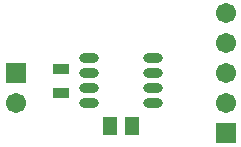
<source format=gts>
G04*
G04 #@! TF.GenerationSoftware,Altium Limited,Altium Designer,20.1.11 (218)*
G04*
G04 Layer_Color=8388736*
%FSLAX25Y25*%
%MOIN*%
G70*
G04*
G04 #@! TF.SameCoordinates,B42474AF-8F1F-4631-B4F4-3FD5516C7951*
G04*
G04*
G04 #@! TF.FilePolarity,Negative*
G04*
G01*
G75*
%ADD14R,0.05721X0.03753*%
%ADD15O,0.06509X0.03162*%
%ADD16R,0.04737X0.06115*%
%ADD17R,0.06706X0.06706*%
%ADD18C,0.06706*%
D14*
X142500Y128937D02*
D03*
Y121063D02*
D03*
D15*
X173228Y117500D02*
D03*
Y122500D02*
D03*
Y127500D02*
D03*
Y132500D02*
D03*
X151772Y117500D02*
D03*
Y122500D02*
D03*
Y127500D02*
D03*
Y132500D02*
D03*
D16*
X158858Y110000D02*
D03*
X166142D02*
D03*
D17*
X127500Y127500D02*
D03*
X197500Y107500D02*
D03*
D18*
X127500Y117500D02*
D03*
X197500Y147500D02*
D03*
Y137500D02*
D03*
Y127500D02*
D03*
Y117500D02*
D03*
M02*

</source>
